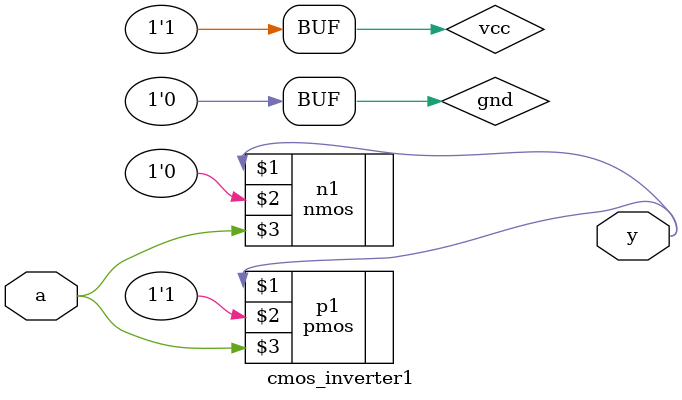
<source format=v>
`timescale 1ns / 1ps


module cmos_inverter1(a,y);
    input a;
    output y;
    supply1 vcc;
    supply0 gnd;
    pmos p1 (y,vcc,a);
    nmos n1 (y,gnd,a);
   
endmodule

</source>
